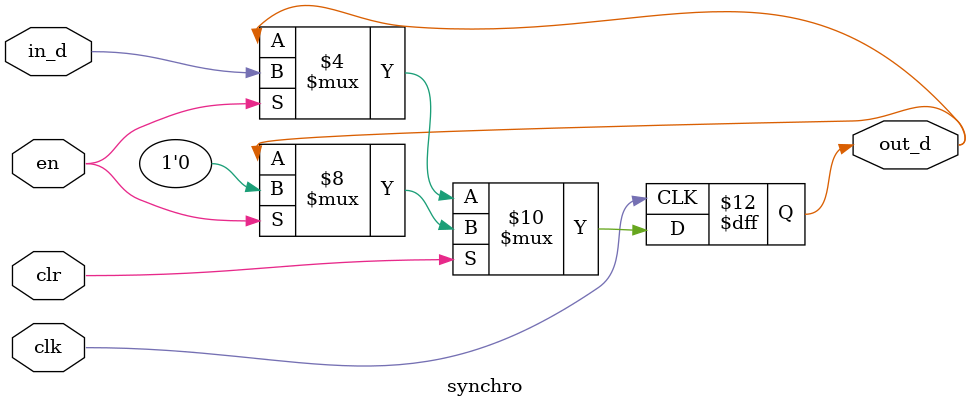
<source format=v>
module synchro(clk,in_d,en,out_d,clr);
	input clk;
	input in_d;
	input en;
	input clr;
	output reg out_d;
	always@(posedge clk)
	begin
		if(clr)
		begin
			if(en)
				out_d<=0;
			else 
				out_d<=out_d;
		end
		else
		begin
		if(en==0)
			out_d<=out_d;
		else
			out_d<=in_d;
		end
	end	
endmodule

</source>
